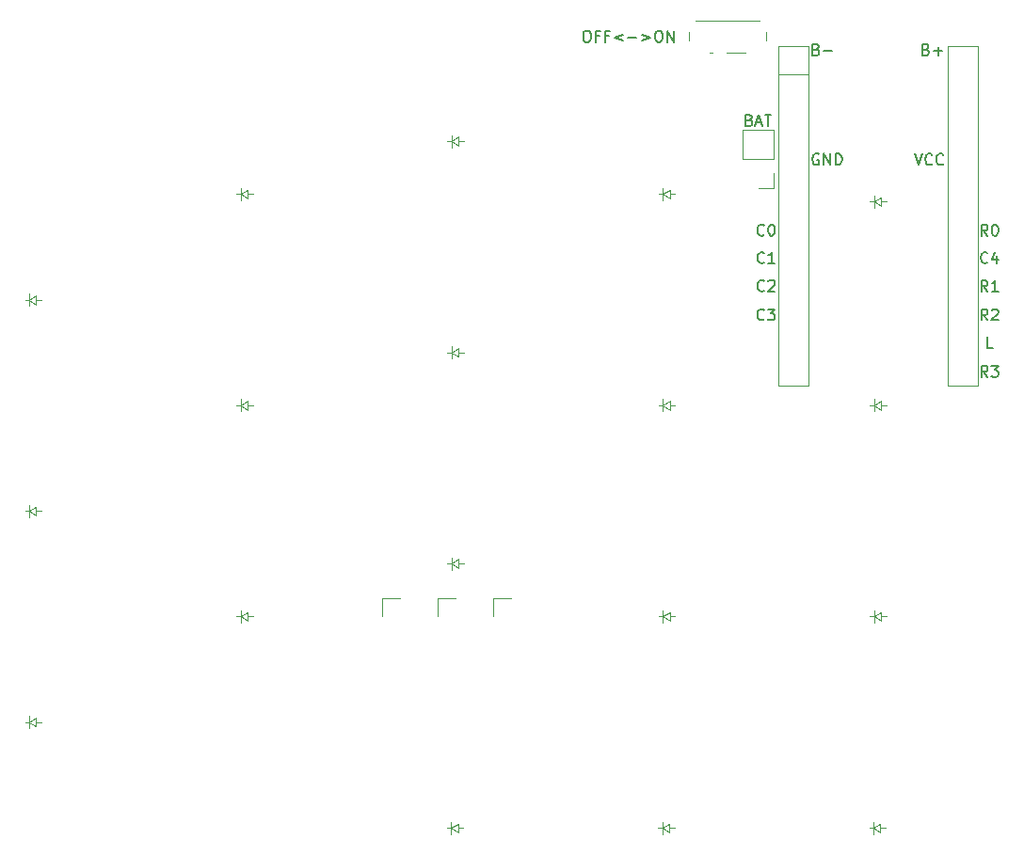
<source format=gbr>
%TF.GenerationSoftware,KiCad,Pcbnew,9.0.4*%
%TF.CreationDate,2025-08-20T23:04:38+02:00*%
%TF.ProjectId,PlusMinus38,506c7573-4d69-46e7-9573-33382e6b6963,v1.0.0*%
%TF.SameCoordinates,Original*%
%TF.FileFunction,Legend,Top*%
%TF.FilePolarity,Positive*%
%FSLAX46Y46*%
G04 Gerber Fmt 4.6, Leading zero omitted, Abs format (unit mm)*
G04 Created by KiCad (PCBNEW 9.0.4) date 2025-08-20 23:04:38*
%MOMM*%
%LPD*%
G01*
G04 APERTURE LIST*
%ADD10C,0.150000*%
%ADD11C,0.120000*%
%ADD12C,0.100000*%
G04 APERTURE END LIST*
D10*
X128616667Y-53504819D02*
X128950000Y-54504819D01*
X128950000Y-54504819D02*
X129283333Y-53504819D01*
X130188095Y-54409580D02*
X130140476Y-54457200D01*
X130140476Y-54457200D02*
X129997619Y-54504819D01*
X129997619Y-54504819D02*
X129902381Y-54504819D01*
X129902381Y-54504819D02*
X129759524Y-54457200D01*
X129759524Y-54457200D02*
X129664286Y-54361961D01*
X129664286Y-54361961D02*
X129616667Y-54266723D01*
X129616667Y-54266723D02*
X129569048Y-54076247D01*
X129569048Y-54076247D02*
X129569048Y-53933390D01*
X129569048Y-53933390D02*
X129616667Y-53742914D01*
X129616667Y-53742914D02*
X129664286Y-53647676D01*
X129664286Y-53647676D02*
X129759524Y-53552438D01*
X129759524Y-53552438D02*
X129902381Y-53504819D01*
X129902381Y-53504819D02*
X129997619Y-53504819D01*
X129997619Y-53504819D02*
X130140476Y-53552438D01*
X130140476Y-53552438D02*
X130188095Y-53600057D01*
X131188095Y-54409580D02*
X131140476Y-54457200D01*
X131140476Y-54457200D02*
X130997619Y-54504819D01*
X130997619Y-54504819D02*
X130902381Y-54504819D01*
X130902381Y-54504819D02*
X130759524Y-54457200D01*
X130759524Y-54457200D02*
X130664286Y-54361961D01*
X130664286Y-54361961D02*
X130616667Y-54266723D01*
X130616667Y-54266723D02*
X130569048Y-54076247D01*
X130569048Y-54076247D02*
X130569048Y-53933390D01*
X130569048Y-53933390D02*
X130616667Y-53742914D01*
X130616667Y-53742914D02*
X130664286Y-53647676D01*
X130664286Y-53647676D02*
X130759524Y-53552438D01*
X130759524Y-53552438D02*
X130902381Y-53504819D01*
X130902381Y-53504819D02*
X130997619Y-53504819D01*
X130997619Y-53504819D02*
X131140476Y-53552438D01*
X131140476Y-53552438D02*
X131188095Y-53600057D01*
X129677992Y-44110009D02*
X129820849Y-44157628D01*
X129820849Y-44157628D02*
X129868468Y-44205247D01*
X129868468Y-44205247D02*
X129916087Y-44300485D01*
X129916087Y-44300485D02*
X129916087Y-44443342D01*
X129916087Y-44443342D02*
X129868468Y-44538580D01*
X129868468Y-44538580D02*
X129820849Y-44586200D01*
X129820849Y-44586200D02*
X129725611Y-44633819D01*
X129725611Y-44633819D02*
X129344659Y-44633819D01*
X129344659Y-44633819D02*
X129344659Y-43633819D01*
X129344659Y-43633819D02*
X129677992Y-43633819D01*
X129677992Y-43633819D02*
X129773230Y-43681438D01*
X129773230Y-43681438D02*
X129820849Y-43729057D01*
X129820849Y-43729057D02*
X129868468Y-43824295D01*
X129868468Y-43824295D02*
X129868468Y-43919533D01*
X129868468Y-43919533D02*
X129820849Y-44014771D01*
X129820849Y-44014771D02*
X129773230Y-44062390D01*
X129773230Y-44062390D02*
X129677992Y-44110009D01*
X129677992Y-44110009D02*
X129344659Y-44110009D01*
X130344659Y-44252866D02*
X131106564Y-44252866D01*
X130725611Y-44633819D02*
X130725611Y-43871914D01*
X115087333Y-63264580D02*
X115039714Y-63312200D01*
X115039714Y-63312200D02*
X114896857Y-63359819D01*
X114896857Y-63359819D02*
X114801619Y-63359819D01*
X114801619Y-63359819D02*
X114658762Y-63312200D01*
X114658762Y-63312200D02*
X114563524Y-63216961D01*
X114563524Y-63216961D02*
X114515905Y-63121723D01*
X114515905Y-63121723D02*
X114468286Y-62931247D01*
X114468286Y-62931247D02*
X114468286Y-62788390D01*
X114468286Y-62788390D02*
X114515905Y-62597914D01*
X114515905Y-62597914D02*
X114563524Y-62502676D01*
X114563524Y-62502676D02*
X114658762Y-62407438D01*
X114658762Y-62407438D02*
X114801619Y-62359819D01*
X114801619Y-62359819D02*
X114896857Y-62359819D01*
X114896857Y-62359819D02*
X115039714Y-62407438D01*
X115039714Y-62407438D02*
X115087333Y-62455057D01*
X116039714Y-63359819D02*
X115468286Y-63359819D01*
X115754000Y-63359819D02*
X115754000Y-62359819D01*
X115754000Y-62359819D02*
X115658762Y-62502676D01*
X115658762Y-62502676D02*
X115563524Y-62597914D01*
X115563524Y-62597914D02*
X115468286Y-62645533D01*
X119777992Y-44110009D02*
X119920849Y-44157628D01*
X119920849Y-44157628D02*
X119968468Y-44205247D01*
X119968468Y-44205247D02*
X120016087Y-44300485D01*
X120016087Y-44300485D02*
X120016087Y-44443342D01*
X120016087Y-44443342D02*
X119968468Y-44538580D01*
X119968468Y-44538580D02*
X119920849Y-44586200D01*
X119920849Y-44586200D02*
X119825611Y-44633819D01*
X119825611Y-44633819D02*
X119444659Y-44633819D01*
X119444659Y-44633819D02*
X119444659Y-43633819D01*
X119444659Y-43633819D02*
X119777992Y-43633819D01*
X119777992Y-43633819D02*
X119873230Y-43681438D01*
X119873230Y-43681438D02*
X119920849Y-43729057D01*
X119920849Y-43729057D02*
X119968468Y-43824295D01*
X119968468Y-43824295D02*
X119968468Y-43919533D01*
X119968468Y-43919533D02*
X119920849Y-44014771D01*
X119920849Y-44014771D02*
X119873230Y-44062390D01*
X119873230Y-44062390D02*
X119777992Y-44110009D01*
X119777992Y-44110009D02*
X119444659Y-44110009D01*
X120444659Y-44252866D02*
X121206564Y-44252866D01*
X119988095Y-53552438D02*
X119892857Y-53504819D01*
X119892857Y-53504819D02*
X119750000Y-53504819D01*
X119750000Y-53504819D02*
X119607143Y-53552438D01*
X119607143Y-53552438D02*
X119511905Y-53647676D01*
X119511905Y-53647676D02*
X119464286Y-53742914D01*
X119464286Y-53742914D02*
X119416667Y-53933390D01*
X119416667Y-53933390D02*
X119416667Y-54076247D01*
X119416667Y-54076247D02*
X119464286Y-54266723D01*
X119464286Y-54266723D02*
X119511905Y-54361961D01*
X119511905Y-54361961D02*
X119607143Y-54457200D01*
X119607143Y-54457200D02*
X119750000Y-54504819D01*
X119750000Y-54504819D02*
X119845238Y-54504819D01*
X119845238Y-54504819D02*
X119988095Y-54457200D01*
X119988095Y-54457200D02*
X120035714Y-54409580D01*
X120035714Y-54409580D02*
X120035714Y-54076247D01*
X120035714Y-54076247D02*
X119845238Y-54076247D01*
X120464286Y-54504819D02*
X120464286Y-53504819D01*
X120464286Y-53504819D02*
X121035714Y-54504819D01*
X121035714Y-54504819D02*
X121035714Y-53504819D01*
X121511905Y-54504819D02*
X121511905Y-53504819D01*
X121511905Y-53504819D02*
X121750000Y-53504819D01*
X121750000Y-53504819D02*
X121892857Y-53552438D01*
X121892857Y-53552438D02*
X121988095Y-53647676D01*
X121988095Y-53647676D02*
X122035714Y-53742914D01*
X122035714Y-53742914D02*
X122083333Y-53933390D01*
X122083333Y-53933390D02*
X122083333Y-54076247D01*
X122083333Y-54076247D02*
X122035714Y-54266723D01*
X122035714Y-54266723D02*
X121988095Y-54361961D01*
X121988095Y-54361961D02*
X121892857Y-54457200D01*
X121892857Y-54457200D02*
X121750000Y-54504819D01*
X121750000Y-54504819D02*
X121511905Y-54504819D01*
X99046857Y-42440819D02*
X99237333Y-42440819D01*
X99237333Y-42440819D02*
X99332571Y-42488438D01*
X99332571Y-42488438D02*
X99427809Y-42583676D01*
X99427809Y-42583676D02*
X99475428Y-42774152D01*
X99475428Y-42774152D02*
X99475428Y-43107485D01*
X99475428Y-43107485D02*
X99427809Y-43297961D01*
X99427809Y-43297961D02*
X99332571Y-43393200D01*
X99332571Y-43393200D02*
X99237333Y-43440819D01*
X99237333Y-43440819D02*
X99046857Y-43440819D01*
X99046857Y-43440819D02*
X98951619Y-43393200D01*
X98951619Y-43393200D02*
X98856381Y-43297961D01*
X98856381Y-43297961D02*
X98808762Y-43107485D01*
X98808762Y-43107485D02*
X98808762Y-42774152D01*
X98808762Y-42774152D02*
X98856381Y-42583676D01*
X98856381Y-42583676D02*
X98951619Y-42488438D01*
X98951619Y-42488438D02*
X99046857Y-42440819D01*
X100237333Y-42917009D02*
X99904000Y-42917009D01*
X99904000Y-43440819D02*
X99904000Y-42440819D01*
X99904000Y-42440819D02*
X100380190Y-42440819D01*
X101094476Y-42917009D02*
X100761143Y-42917009D01*
X100761143Y-43440819D02*
X100761143Y-42440819D01*
X100761143Y-42440819D02*
X101237333Y-42440819D01*
X102380191Y-42774152D02*
X101618286Y-43059866D01*
X101618286Y-43059866D02*
X102380191Y-43345580D01*
X102856381Y-43059866D02*
X103618286Y-43059866D01*
X104094476Y-42774152D02*
X104856381Y-43059866D01*
X104856381Y-43059866D02*
X104094476Y-43345580D01*
X105523047Y-42440819D02*
X105713523Y-42440819D01*
X105713523Y-42440819D02*
X105808761Y-42488438D01*
X105808761Y-42488438D02*
X105903999Y-42583676D01*
X105903999Y-42583676D02*
X105951618Y-42774152D01*
X105951618Y-42774152D02*
X105951618Y-43107485D01*
X105951618Y-43107485D02*
X105903999Y-43297961D01*
X105903999Y-43297961D02*
X105808761Y-43393200D01*
X105808761Y-43393200D02*
X105713523Y-43440819D01*
X105713523Y-43440819D02*
X105523047Y-43440819D01*
X105523047Y-43440819D02*
X105427809Y-43393200D01*
X105427809Y-43393200D02*
X105332571Y-43297961D01*
X105332571Y-43297961D02*
X105284952Y-43107485D01*
X105284952Y-43107485D02*
X105284952Y-42774152D01*
X105284952Y-42774152D02*
X105332571Y-42583676D01*
X105332571Y-42583676D02*
X105427809Y-42488438D01*
X105427809Y-42488438D02*
X105523047Y-42440819D01*
X106380190Y-43440819D02*
X106380190Y-42440819D01*
X106380190Y-42440819D02*
X106951618Y-43440819D01*
X106951618Y-43440819D02*
X106951618Y-42440819D01*
X135187333Y-73590819D02*
X134854000Y-73114628D01*
X134615905Y-73590819D02*
X134615905Y-72590819D01*
X134615905Y-72590819D02*
X134996857Y-72590819D01*
X134996857Y-72590819D02*
X135092095Y-72638438D01*
X135092095Y-72638438D02*
X135139714Y-72686057D01*
X135139714Y-72686057D02*
X135187333Y-72781295D01*
X135187333Y-72781295D02*
X135187333Y-72924152D01*
X135187333Y-72924152D02*
X135139714Y-73019390D01*
X135139714Y-73019390D02*
X135092095Y-73067009D01*
X135092095Y-73067009D02*
X134996857Y-73114628D01*
X134996857Y-73114628D02*
X134615905Y-73114628D01*
X135520667Y-72590819D02*
X136139714Y-72590819D01*
X136139714Y-72590819D02*
X135806381Y-72971771D01*
X135806381Y-72971771D02*
X135949238Y-72971771D01*
X135949238Y-72971771D02*
X136044476Y-73019390D01*
X136044476Y-73019390D02*
X136092095Y-73067009D01*
X136092095Y-73067009D02*
X136139714Y-73162247D01*
X136139714Y-73162247D02*
X136139714Y-73400342D01*
X136139714Y-73400342D02*
X136092095Y-73495580D01*
X136092095Y-73495580D02*
X136044476Y-73543200D01*
X136044476Y-73543200D02*
X135949238Y-73590819D01*
X135949238Y-73590819D02*
X135663524Y-73590819D01*
X135663524Y-73590819D02*
X135568286Y-73543200D01*
X135568286Y-73543200D02*
X135520667Y-73495580D01*
X115087333Y-65787080D02*
X115039714Y-65834700D01*
X115039714Y-65834700D02*
X114896857Y-65882319D01*
X114896857Y-65882319D02*
X114801619Y-65882319D01*
X114801619Y-65882319D02*
X114658762Y-65834700D01*
X114658762Y-65834700D02*
X114563524Y-65739461D01*
X114563524Y-65739461D02*
X114515905Y-65644223D01*
X114515905Y-65644223D02*
X114468286Y-65453747D01*
X114468286Y-65453747D02*
X114468286Y-65310890D01*
X114468286Y-65310890D02*
X114515905Y-65120414D01*
X114515905Y-65120414D02*
X114563524Y-65025176D01*
X114563524Y-65025176D02*
X114658762Y-64929938D01*
X114658762Y-64929938D02*
X114801619Y-64882319D01*
X114801619Y-64882319D02*
X114896857Y-64882319D01*
X114896857Y-64882319D02*
X115039714Y-64929938D01*
X115039714Y-64929938D02*
X115087333Y-64977557D01*
X115468286Y-64977557D02*
X115515905Y-64929938D01*
X115515905Y-64929938D02*
X115611143Y-64882319D01*
X115611143Y-64882319D02*
X115849238Y-64882319D01*
X115849238Y-64882319D02*
X115944476Y-64929938D01*
X115944476Y-64929938D02*
X115992095Y-64977557D01*
X115992095Y-64977557D02*
X116039714Y-65072795D01*
X116039714Y-65072795D02*
X116039714Y-65168033D01*
X116039714Y-65168033D02*
X115992095Y-65310890D01*
X115992095Y-65310890D02*
X115420667Y-65882319D01*
X115420667Y-65882319D02*
X116039714Y-65882319D01*
X135187333Y-60890819D02*
X134854000Y-60414628D01*
X134615905Y-60890819D02*
X134615905Y-59890819D01*
X134615905Y-59890819D02*
X134996857Y-59890819D01*
X134996857Y-59890819D02*
X135092095Y-59938438D01*
X135092095Y-59938438D02*
X135139714Y-59986057D01*
X135139714Y-59986057D02*
X135187333Y-60081295D01*
X135187333Y-60081295D02*
X135187333Y-60224152D01*
X135187333Y-60224152D02*
X135139714Y-60319390D01*
X135139714Y-60319390D02*
X135092095Y-60367009D01*
X135092095Y-60367009D02*
X134996857Y-60414628D01*
X134996857Y-60414628D02*
X134615905Y-60414628D01*
X135806381Y-59890819D02*
X135901619Y-59890819D01*
X135901619Y-59890819D02*
X135996857Y-59938438D01*
X135996857Y-59938438D02*
X136044476Y-59986057D01*
X136044476Y-59986057D02*
X136092095Y-60081295D01*
X136092095Y-60081295D02*
X136139714Y-60271771D01*
X136139714Y-60271771D02*
X136139714Y-60509866D01*
X136139714Y-60509866D02*
X136092095Y-60700342D01*
X136092095Y-60700342D02*
X136044476Y-60795580D01*
X136044476Y-60795580D02*
X135996857Y-60843200D01*
X135996857Y-60843200D02*
X135901619Y-60890819D01*
X135901619Y-60890819D02*
X135806381Y-60890819D01*
X135806381Y-60890819D02*
X135711143Y-60843200D01*
X135711143Y-60843200D02*
X135663524Y-60795580D01*
X135663524Y-60795580D02*
X135615905Y-60700342D01*
X135615905Y-60700342D02*
X135568286Y-60509866D01*
X135568286Y-60509866D02*
X135568286Y-60271771D01*
X135568286Y-60271771D02*
X135615905Y-60081295D01*
X135615905Y-60081295D02*
X135663524Y-59986057D01*
X135663524Y-59986057D02*
X135711143Y-59938438D01*
X135711143Y-59938438D02*
X135806381Y-59890819D01*
X135187333Y-63273080D02*
X135139714Y-63320700D01*
X135139714Y-63320700D02*
X134996857Y-63368319D01*
X134996857Y-63368319D02*
X134901619Y-63368319D01*
X134901619Y-63368319D02*
X134758762Y-63320700D01*
X134758762Y-63320700D02*
X134663524Y-63225461D01*
X134663524Y-63225461D02*
X134615905Y-63130223D01*
X134615905Y-63130223D02*
X134568286Y-62939747D01*
X134568286Y-62939747D02*
X134568286Y-62796890D01*
X134568286Y-62796890D02*
X134615905Y-62606414D01*
X134615905Y-62606414D02*
X134663524Y-62511176D01*
X134663524Y-62511176D02*
X134758762Y-62415938D01*
X134758762Y-62415938D02*
X134901619Y-62368319D01*
X134901619Y-62368319D02*
X134996857Y-62368319D01*
X134996857Y-62368319D02*
X135139714Y-62415938D01*
X135139714Y-62415938D02*
X135187333Y-62463557D01*
X136044476Y-62701652D02*
X136044476Y-63368319D01*
X135806381Y-62320700D02*
X135568286Y-63034985D01*
X135568286Y-63034985D02*
X136187333Y-63034985D01*
X115087333Y-60787080D02*
X115039714Y-60834700D01*
X115039714Y-60834700D02*
X114896857Y-60882319D01*
X114896857Y-60882319D02*
X114801619Y-60882319D01*
X114801619Y-60882319D02*
X114658762Y-60834700D01*
X114658762Y-60834700D02*
X114563524Y-60739461D01*
X114563524Y-60739461D02*
X114515905Y-60644223D01*
X114515905Y-60644223D02*
X114468286Y-60453747D01*
X114468286Y-60453747D02*
X114468286Y-60310890D01*
X114468286Y-60310890D02*
X114515905Y-60120414D01*
X114515905Y-60120414D02*
X114563524Y-60025176D01*
X114563524Y-60025176D02*
X114658762Y-59929938D01*
X114658762Y-59929938D02*
X114801619Y-59882319D01*
X114801619Y-59882319D02*
X114896857Y-59882319D01*
X114896857Y-59882319D02*
X115039714Y-59929938D01*
X115039714Y-59929938D02*
X115087333Y-59977557D01*
X115706381Y-59882319D02*
X115801619Y-59882319D01*
X115801619Y-59882319D02*
X115896857Y-59929938D01*
X115896857Y-59929938D02*
X115944476Y-59977557D01*
X115944476Y-59977557D02*
X115992095Y-60072795D01*
X115992095Y-60072795D02*
X116039714Y-60263271D01*
X116039714Y-60263271D02*
X116039714Y-60501366D01*
X116039714Y-60501366D02*
X115992095Y-60691842D01*
X115992095Y-60691842D02*
X115944476Y-60787080D01*
X115944476Y-60787080D02*
X115896857Y-60834700D01*
X115896857Y-60834700D02*
X115801619Y-60882319D01*
X115801619Y-60882319D02*
X115706381Y-60882319D01*
X115706381Y-60882319D02*
X115611143Y-60834700D01*
X115611143Y-60834700D02*
X115563524Y-60787080D01*
X115563524Y-60787080D02*
X115515905Y-60691842D01*
X115515905Y-60691842D02*
X115468286Y-60501366D01*
X115468286Y-60501366D02*
X115468286Y-60263271D01*
X115468286Y-60263271D02*
X115515905Y-60072795D01*
X115515905Y-60072795D02*
X115563524Y-59977557D01*
X115563524Y-59977557D02*
X115611143Y-59929938D01*
X115611143Y-59929938D02*
X115706381Y-59882319D01*
X135663523Y-70988319D02*
X135187333Y-70988319D01*
X135187333Y-70988319D02*
X135187333Y-69988319D01*
X115087333Y-68387080D02*
X115039714Y-68434700D01*
X115039714Y-68434700D02*
X114896857Y-68482319D01*
X114896857Y-68482319D02*
X114801619Y-68482319D01*
X114801619Y-68482319D02*
X114658762Y-68434700D01*
X114658762Y-68434700D02*
X114563524Y-68339461D01*
X114563524Y-68339461D02*
X114515905Y-68244223D01*
X114515905Y-68244223D02*
X114468286Y-68053747D01*
X114468286Y-68053747D02*
X114468286Y-67910890D01*
X114468286Y-67910890D02*
X114515905Y-67720414D01*
X114515905Y-67720414D02*
X114563524Y-67625176D01*
X114563524Y-67625176D02*
X114658762Y-67529938D01*
X114658762Y-67529938D02*
X114801619Y-67482319D01*
X114801619Y-67482319D02*
X114896857Y-67482319D01*
X114896857Y-67482319D02*
X115039714Y-67529938D01*
X115039714Y-67529938D02*
X115087333Y-67577557D01*
X115420667Y-67482319D02*
X116039714Y-67482319D01*
X116039714Y-67482319D02*
X115706381Y-67863271D01*
X115706381Y-67863271D02*
X115849238Y-67863271D01*
X115849238Y-67863271D02*
X115944476Y-67910890D01*
X115944476Y-67910890D02*
X115992095Y-67958509D01*
X115992095Y-67958509D02*
X116039714Y-68053747D01*
X116039714Y-68053747D02*
X116039714Y-68291842D01*
X116039714Y-68291842D02*
X115992095Y-68387080D01*
X115992095Y-68387080D02*
X115944476Y-68434700D01*
X115944476Y-68434700D02*
X115849238Y-68482319D01*
X115849238Y-68482319D02*
X115563524Y-68482319D01*
X115563524Y-68482319D02*
X115468286Y-68434700D01*
X115468286Y-68434700D02*
X115420667Y-68387080D01*
X135187333Y-68490819D02*
X134854000Y-68014628D01*
X134615905Y-68490819D02*
X134615905Y-67490819D01*
X134615905Y-67490819D02*
X134996857Y-67490819D01*
X134996857Y-67490819D02*
X135092095Y-67538438D01*
X135092095Y-67538438D02*
X135139714Y-67586057D01*
X135139714Y-67586057D02*
X135187333Y-67681295D01*
X135187333Y-67681295D02*
X135187333Y-67824152D01*
X135187333Y-67824152D02*
X135139714Y-67919390D01*
X135139714Y-67919390D02*
X135092095Y-67967009D01*
X135092095Y-67967009D02*
X134996857Y-68014628D01*
X134996857Y-68014628D02*
X134615905Y-68014628D01*
X135568286Y-67586057D02*
X135615905Y-67538438D01*
X135615905Y-67538438D02*
X135711143Y-67490819D01*
X135711143Y-67490819D02*
X135949238Y-67490819D01*
X135949238Y-67490819D02*
X136044476Y-67538438D01*
X136044476Y-67538438D02*
X136092095Y-67586057D01*
X136092095Y-67586057D02*
X136139714Y-67681295D01*
X136139714Y-67681295D02*
X136139714Y-67776533D01*
X136139714Y-67776533D02*
X136092095Y-67919390D01*
X136092095Y-67919390D02*
X135520667Y-68490819D01*
X135520667Y-68490819D02*
X136139714Y-68490819D01*
X135187333Y-65890819D02*
X134854000Y-65414628D01*
X134615905Y-65890819D02*
X134615905Y-64890819D01*
X134615905Y-64890819D02*
X134996857Y-64890819D01*
X134996857Y-64890819D02*
X135092095Y-64938438D01*
X135092095Y-64938438D02*
X135139714Y-64986057D01*
X135139714Y-64986057D02*
X135187333Y-65081295D01*
X135187333Y-65081295D02*
X135187333Y-65224152D01*
X135187333Y-65224152D02*
X135139714Y-65319390D01*
X135139714Y-65319390D02*
X135092095Y-65367009D01*
X135092095Y-65367009D02*
X134996857Y-65414628D01*
X134996857Y-65414628D02*
X134615905Y-65414628D01*
X136139714Y-65890819D02*
X135568286Y-65890819D01*
X135854000Y-65890819D02*
X135854000Y-64890819D01*
X135854000Y-64890819D02*
X135758762Y-65033676D01*
X135758762Y-65033676D02*
X135663524Y-65128914D01*
X135663524Y-65128914D02*
X135568286Y-65176533D01*
X113765904Y-50467009D02*
X113908761Y-50514628D01*
X113908761Y-50514628D02*
X113956380Y-50562247D01*
X113956380Y-50562247D02*
X114003999Y-50657485D01*
X114003999Y-50657485D02*
X114003999Y-50800342D01*
X114003999Y-50800342D02*
X113956380Y-50895580D01*
X113956380Y-50895580D02*
X113908761Y-50943200D01*
X113908761Y-50943200D02*
X113813523Y-50990819D01*
X113813523Y-50990819D02*
X113432571Y-50990819D01*
X113432571Y-50990819D02*
X113432571Y-49990819D01*
X113432571Y-49990819D02*
X113765904Y-49990819D01*
X113765904Y-49990819D02*
X113861142Y-50038438D01*
X113861142Y-50038438D02*
X113908761Y-50086057D01*
X113908761Y-50086057D02*
X113956380Y-50181295D01*
X113956380Y-50181295D02*
X113956380Y-50276533D01*
X113956380Y-50276533D02*
X113908761Y-50371771D01*
X113908761Y-50371771D02*
X113861142Y-50419390D01*
X113861142Y-50419390D02*
X113765904Y-50467009D01*
X113765904Y-50467009D02*
X113432571Y-50467009D01*
X114384952Y-50705104D02*
X114861142Y-50705104D01*
X114289714Y-50990819D02*
X114623047Y-49990819D01*
X114623047Y-49990819D02*
X114956380Y-50990819D01*
X115146857Y-49990819D02*
X115718285Y-49990819D01*
X115432571Y-50990819D02*
X115432571Y-49990819D01*
D11*
%TO.C,PWR1*%
X115254000Y-43336000D02*
X115254000Y-42546000D01*
X114654000Y-41536000D02*
X108954000Y-41536000D01*
X113404000Y-44386000D02*
X111704000Y-44386000D01*
X110404000Y-44386000D02*
X110204000Y-44386000D01*
X108354000Y-42546000D02*
X108354000Y-43336000D01*
D12*
%TO.C,D9*%
X86590000Y-52380000D02*
X86990000Y-52380000D01*
X86990000Y-52380000D02*
X86990000Y-51830000D01*
X86990000Y-52380000D02*
X86990000Y-52930000D01*
X86990000Y-52380000D02*
X87590000Y-51980000D01*
X87590000Y-51980000D02*
X87590000Y-52780000D01*
X87590000Y-52380000D02*
X88090000Y-52380000D01*
X87590000Y-52780000D02*
X86990000Y-52380000D01*
%TO.C,D6*%
X67590000Y-57142500D02*
X67990000Y-57142500D01*
X67990000Y-57142500D02*
X67990000Y-56592500D01*
X67990000Y-57142500D02*
X67990000Y-57692500D01*
X67990000Y-57142500D02*
X68590000Y-56742500D01*
X68590000Y-56742500D02*
X68590000Y-57542500D01*
X68590000Y-57142500D02*
X69090000Y-57142500D01*
X68590000Y-57542500D02*
X67990000Y-57142500D01*
%TO.C,D17*%
X105540000Y-114192500D02*
X105940000Y-114192500D01*
X105940000Y-114192500D02*
X105940000Y-113642500D01*
X105940000Y-114192500D02*
X105940000Y-114742500D01*
X105940000Y-114192500D02*
X106540000Y-113792500D01*
X106540000Y-113792500D02*
X106540000Y-114592500D01*
X106540000Y-114192500D02*
X107040000Y-114192500D01*
X106540000Y-114592500D02*
X105940000Y-114192500D01*
%TO.C,D13*%
X124590000Y-95142500D02*
X124990000Y-95142500D01*
X124990000Y-95142500D02*
X124990000Y-94592500D01*
X124990000Y-95142500D02*
X124990000Y-95692500D01*
X124990000Y-95142500D02*
X125590000Y-94742500D01*
X125590000Y-94742500D02*
X125590000Y-95542500D01*
X125590000Y-95142500D02*
X126090000Y-95142500D01*
X125590000Y-95542500D02*
X124990000Y-95142500D01*
%TO.C,D18*%
X124540000Y-114192500D02*
X124940000Y-114192500D01*
X124940000Y-114192500D02*
X124940000Y-113642500D01*
X124940000Y-114192500D02*
X124940000Y-114742500D01*
X124940000Y-114192500D02*
X125540000Y-113792500D01*
X125540000Y-113792500D02*
X125540000Y-114592500D01*
X125540000Y-114192500D02*
X126040000Y-114192500D01*
X125540000Y-114592500D02*
X124940000Y-114192500D01*
%TO.C,D12*%
X105590000Y-57142500D02*
X105990000Y-57142500D01*
X105990000Y-57142500D02*
X105990000Y-56592500D01*
X105990000Y-57142500D02*
X105990000Y-57692500D01*
X105990000Y-57142500D02*
X106590000Y-56742500D01*
X106590000Y-56742500D02*
X106590000Y-57542500D01*
X106590000Y-57142500D02*
X107090000Y-57142500D01*
X106590000Y-57542500D02*
X105990000Y-57142500D01*
%TO.C,D2*%
X48590000Y-85667500D02*
X48990000Y-85667500D01*
X48990000Y-85667500D02*
X48990000Y-85117500D01*
X48990000Y-85667500D02*
X48990000Y-86217500D01*
X48990000Y-85667500D02*
X49590000Y-85267500D01*
X49590000Y-85267500D02*
X49590000Y-86067500D01*
X49590000Y-85667500D02*
X50090000Y-85667500D01*
X49590000Y-86067500D02*
X48990000Y-85667500D01*
D11*
%TO.C,MCU1*%
X116390000Y-43777500D02*
X116390000Y-74377500D01*
X116390000Y-43777500D02*
X119050000Y-43777500D01*
X116390000Y-74377500D02*
X119050000Y-74377500D01*
X119050000Y-43777500D02*
X119050000Y-74377500D01*
X119050000Y-46377500D02*
X116390000Y-46377500D01*
X131630000Y-43777500D02*
X131630000Y-74377500D01*
X131630000Y-43777500D02*
X134290000Y-43777500D01*
X131630000Y-74377500D02*
X134290000Y-74377500D01*
X134290000Y-43777500D02*
X134290000Y-74377500D01*
D12*
%TO.C,D16*%
X86540000Y-114192500D02*
X86940000Y-114192500D01*
X86940000Y-114192500D02*
X86940000Y-113642500D01*
X86940000Y-114192500D02*
X86940000Y-114742500D01*
X86940000Y-114192500D02*
X87540000Y-113792500D01*
X87540000Y-113792500D02*
X87540000Y-114592500D01*
X87540000Y-114192500D02*
X88040000Y-114192500D01*
X87540000Y-114592500D02*
X86940000Y-114192500D01*
%TO.C,D7*%
X86590000Y-90380000D02*
X86990000Y-90380000D01*
X86990000Y-90380000D02*
X86990000Y-89830000D01*
X86990000Y-90380000D02*
X86990000Y-90930000D01*
X86990000Y-90380000D02*
X87590000Y-89980000D01*
X87590000Y-89980000D02*
X87590000Y-90780000D01*
X87590000Y-90380000D02*
X88090000Y-90380000D01*
X87590000Y-90780000D02*
X86990000Y-90380000D01*
%TO.C,D4*%
X67590000Y-95142500D02*
X67990000Y-95142500D01*
X67990000Y-95142500D02*
X67990000Y-94592500D01*
X67990000Y-95142500D02*
X67990000Y-95692500D01*
X67990000Y-95142500D02*
X68590000Y-94742500D01*
X68590000Y-94742500D02*
X68590000Y-95542500D01*
X68590000Y-95142500D02*
X69090000Y-95142500D01*
X68590000Y-95542500D02*
X67990000Y-95142500D01*
%TO.C,D14*%
X124590000Y-76142500D02*
X124990000Y-76142500D01*
X124990000Y-76142500D02*
X124990000Y-75592500D01*
X124990000Y-76142500D02*
X124990000Y-76692500D01*
X124990000Y-76142500D02*
X125590000Y-75742500D01*
X125590000Y-75742500D02*
X125590000Y-76542500D01*
X125590000Y-76142500D02*
X126090000Y-76142500D01*
X125590000Y-76542500D02*
X124990000Y-76142500D01*
%TO.C,D3*%
X48590000Y-66667500D02*
X48990000Y-66667500D01*
X48990000Y-66667500D02*
X48990000Y-66117500D01*
X48990000Y-66667500D02*
X48990000Y-67217500D01*
X48990000Y-66667500D02*
X49590000Y-66267500D01*
X49590000Y-66267500D02*
X49590000Y-67067500D01*
X49590000Y-66667500D02*
X50090000Y-66667500D01*
X49590000Y-67067500D02*
X48990000Y-66667500D01*
%TO.C,D15*%
X124590000Y-57807500D02*
X124990000Y-57807500D01*
X124990000Y-57807500D02*
X124990000Y-57257500D01*
X124990000Y-57807500D02*
X124990000Y-58357500D01*
X124990000Y-57807500D02*
X125590000Y-57407500D01*
X125590000Y-57407500D02*
X125590000Y-58207500D01*
X125590000Y-57807500D02*
X126090000Y-57807500D01*
X125590000Y-58207500D02*
X124990000Y-57807500D01*
D11*
%TO.C,BAT*%
X113174000Y-53966000D02*
X113174000Y-51316000D01*
X115934000Y-51316000D02*
X113174000Y-51316000D01*
X115934000Y-53966000D02*
X113174000Y-53966000D01*
X115934000Y-53966000D02*
X115934000Y-51316000D01*
X115934000Y-55236000D02*
X115934000Y-56616000D01*
X115934000Y-56616000D02*
X114554000Y-56616000D01*
D12*
%TO.C,D10*%
X105590000Y-95142500D02*
X105990000Y-95142500D01*
X105990000Y-95142500D02*
X105990000Y-94592500D01*
X105990000Y-95142500D02*
X105990000Y-95692500D01*
X105990000Y-95142500D02*
X106590000Y-94742500D01*
X106590000Y-94742500D02*
X106590000Y-95542500D01*
X106590000Y-95142500D02*
X107090000Y-95142500D01*
X106590000Y-95542500D02*
X105990000Y-95142500D01*
%TO.C,D11*%
X105590000Y-76142500D02*
X105990000Y-76142500D01*
X105990000Y-76142500D02*
X105990000Y-75592500D01*
X105990000Y-76142500D02*
X105990000Y-76692500D01*
X105990000Y-76142500D02*
X106590000Y-75742500D01*
X106590000Y-75742500D02*
X106590000Y-76542500D01*
X106590000Y-76142500D02*
X107090000Y-76142500D01*
X106590000Y-76542500D02*
X105990000Y-76142500D01*
%TO.C,D1*%
X48590000Y-104667500D02*
X48990000Y-104667500D01*
X48990000Y-104667500D02*
X48990000Y-104117500D01*
X48990000Y-104667500D02*
X48990000Y-105217500D01*
X48990000Y-104667500D02*
X49590000Y-104267500D01*
X49590000Y-104267500D02*
X49590000Y-105067500D01*
X49590000Y-104667500D02*
X50090000Y-104667500D01*
X49590000Y-105067500D02*
X48990000Y-104667500D01*
%TO.C,D8*%
X86590000Y-71380000D02*
X86990000Y-71380000D01*
X86990000Y-71380000D02*
X86990000Y-70830000D01*
X86990000Y-71380000D02*
X86990000Y-71930000D01*
X86990000Y-71380000D02*
X87590000Y-70980000D01*
X87590000Y-70980000D02*
X87590000Y-71780000D01*
X87590000Y-71380000D02*
X88090000Y-71380000D01*
X87590000Y-71780000D02*
X86990000Y-71380000D01*
%TO.C,D5*%
X67590000Y-76142500D02*
X67990000Y-76142500D01*
X67990000Y-76142500D02*
X67990000Y-75592500D01*
X67990000Y-76142500D02*
X67990000Y-76692500D01*
X67990000Y-76142500D02*
X68590000Y-75742500D01*
X68590000Y-75742500D02*
X68590000Y-76542500D01*
X68590000Y-76142500D02*
X69090000Y-76142500D01*
X68590000Y-76542500D02*
X67990000Y-76142500D01*
D11*
%TO.C,LED1*%
X80690000Y-93486250D02*
X80690000Y-95086250D01*
X82290000Y-93486250D02*
X80690000Y-93486250D01*
X85690000Y-93486250D02*
X85690000Y-95086250D01*
X87290000Y-93486250D02*
X85690000Y-93486250D01*
X90690000Y-93486250D02*
X90690000Y-95086250D01*
X92290000Y-93486250D02*
X90690000Y-93486250D01*
%TD*%
M02*

</source>
